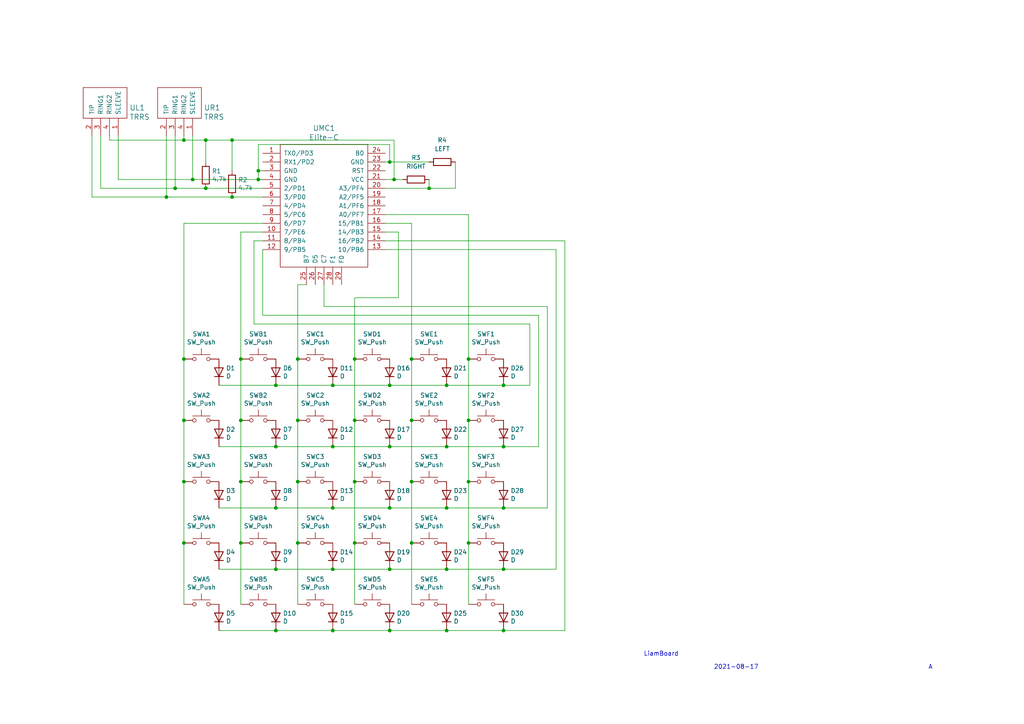
<source format=kicad_sch>
(kicad_sch (version 20250114) (generator "eeschema") (generator_version "9.0")
  (paper "A4")
  (lib_symbols
    (symbol "Device:D" (pin_numbers (hide yes)) (pin_names (offset 1.016) (hide yes))
      (property "Reference" "D" (at 0 2.54 0))
      (property "Value" "D" (at 0 -2.54 0))
      (symbol "D_0_1"
        (polyline (pts (xy -1.27 1.27) (xy -1.27 -1.27)) (stroke (width 0.254)))
        (polyline (pts (xy 1.27 1.27) (xy 1.27 -1.27) (xy -1.27 0) (xy 1.27 1.27)) (stroke (width 0.254)))
        (polyline (pts (xy 1.27 0) (xy -1.27 0)))
      )
      (symbol "D_1_1"
        (pin passive line (at -3.81 0 0) (length 2.54) (name "K") (number "1"))
        (pin passive line (at 3.81 0 180) (length 2.54) (name "A") (number "2"))
      )
    )
    (symbol "Device:R" (pin_numbers (hide yes)) (pin_names (offset 0))
      (property "Reference" "R" (at 2.032 0 90))
      (property "Value" "R" (at 0 0 90))
      (symbol "R_0_1"
        (rectangle (start -1.016 -2.54) (end 1.016 2.54) (stroke (width 0.254)))
      )
      (symbol "R_1_1"
        (pin passive line (at 0 3.81 270) (length 1.27) (name "~") (number "1"))
        (pin passive line (at 0 -3.81 90) (length 1.27) (name "~") (number "2"))
      )
    )
    (symbol "Switch:SW_Push" (pin_numbers (hide yes)) (pin_names (offset 1.016) (hide yes))
      (property "Reference" "SW" (at 1.27 2.54 0))
      (property "Value" "SW_Push" (at 0 -1.524 0))
      (symbol "SW_Push_0_1"
        (circle (center -2.032 0) (radius 0.508))
        (polyline (pts (xy 0 1.27) (xy 0 3.048)))
        (circle (center 2.032 0) (radius 0.508))
        (polyline (pts (xy 2.54 1.27) (xy -2.54 1.27)))
        (pin passive line (at -5.08 0 0) (length 2.54) (name "1") (number "1"))
        (pin passive line (at 5.08 0 180) (length 2.54) (name "2") (number "2"))
      )
    )
    (symbol "keebio-components:Elite-C" (pin_names (offset 1.016))
      (property "Reference" "U" (at 0 0 0))
      (property "Value" "keebio-components_Elite-C" (at 0 2.54 0))
      (symbol "Elite-C_0_1"
        (rectangle (start 12.7 -19.05) (end -12.7 16.51))
      )
      (symbol "Elite-C_1_1"
        (pin input line (at -17.78 13.97 0) (length 5.08) (name "TX0/PD3") (number "1"))
        (pin input line (at -17.78 11.43 0) (length 5.08) (name "RX1/PD2") (number "2"))
        (pin input line (at -17.78 8.89 0) (length 5.08) (name "GND") (number "3"))
        (pin input line (at -17.78 6.35 0) (length 5.08) (name "GND") (number "4"))
        (pin input line (at -17.78 3.81 0) (length 5.08) (name "2/PD1") (number "5"))
        (pin input line (at -17.78 1.27 0) (length 5.08) (name "3/PD0") (number "6"))
        (pin input line (at -17.78 -1.27 0) (length 5.08) (name "4/PD4") (number "7"))
        (pin input line (at -17.78 -3.81 0) (length 5.08) (name "5/PC6") (number "8"))
        (pin input line (at -17.78 -6.35 0) (length 5.08) (name "6/PD7") (number "9"))
        (pin input line (at -17.78 -8.89 0) (length 5.08) (name "7/PE6") (number "10"))
        (pin input line (at -17.78 -11.43 0) (length 5.08) (name "8/PB4") (number "11"))
        (pin input line (at -17.78 -13.97 0) (length 5.08) (name "9/PB5") (number "12"))
        (pin input line (at -5.08 -24.13 90) (length 5.08) (name "B7") (number "25"))
        (pin input line (at -2.54 -24.13 90) (length 5.08) (name "D5") (number "26"))
        (pin input line (at 0 -24.13 90) (length 5.08) (name "C7") (number "27"))
        (pin input line (at 2.54 -24.13 90) (length 5.08) (name "F1") (number "28"))
        (pin input line (at 5.08 -24.13 90) (length 5.08) (name "F0") (number "29"))
        (pin input line (at 17.78 13.97 180) (length 5.08) (name "B0") (number "24"))
        (pin input line (at 17.78 11.43 180) (length 5.08) (name "GND") (number "23"))
        (pin input line (at 17.78 8.89 180) (length 5.08) (name "RST") (number "22"))
        (pin input line (at 17.78 6.35 180) (length 5.08) (name "VCC") (number "21"))
        (pin input line (at 17.78 3.81 180) (length 5.08) (name "A3/PF4") (number "20"))
        (pin input line (at 17.78 1.27 180) (length 5.08) (name "A2/PF5") (number "19"))
        (pin input line (at 17.78 -1.27 180) (length 5.08) (name "A1/PF6") (number "18"))
        (pin input line (at 17.78 -3.81 180) (length 5.08) (name "A0/PF7") (number "17"))
        (pin input line (at 17.78 -6.35 180) (length 5.08) (name "15/PB1") (number "16"))
        (pin input line (at 17.78 -8.89 180) (length 5.08) (name "14/PB3") (number "15"))
        (pin input line (at 17.78 -11.43 180) (length 5.08) (name "16/PB2") (number "14"))
        (pin input line (at 17.78 -13.97 180) (length 5.08) (name "10/PB6") (number "13"))
      )
    )
    (symbol "keebio-components:TRRS" (pin_names (offset 1.016))
      (property "Reference" "U" (at 0 15.24 0))
      (property "Value" "keebio-components_TRRS" (at 0 -2.54 0))
      (symbol "TRRS_0_1"
        (rectangle (start -3.81 12.7) (end 5.08 12.7))
        (rectangle (start -3.81 0) (end -3.81 12.7))
        (rectangle (start 5.08 12.7) (end 5.08 0))
        (rectangle (start 5.08 0) (end -3.81 0))
      )
      (symbol "TRRS_1_1"
        (pin input line (at -8.89 10.16 0) (length 5.08) (name "TIP") (number "2"))
        (pin input line (at -8.89 7.62 0) (length 5.08) (name "RING1") (number "3"))
        (pin input line (at -8.89 5.08 0) (length 5.08) (name "RING2") (number "4"))
        (pin input line (at -8.89 2.54 0) (length 5.08) (name "SLEEVE") (number "1"))
      )
    )
  )
  (text "2021-08-17" (at 207.01 194.31 0) (effects (font (size 1.27 1.27)) (justify left bottom)))
  (text "A" (at 269.24 194.31 0) (effects (font (size 1.27 1.27)) (justify left bottom)))
  (text "LiamBoard" (at 186.69 190.5 0) (effects (font (size 1.27 1.27)) (justify left bottom)))
  (junction (at 86.36 139.7))
  (junction (at 119.38 157.48))
  (junction (at 55.88 52.07))
  (junction (at 129.54 129.54))
  (junction (at 69.85 121.92))
  (junction (at 114.3 52.07))
  (junction (at 135.89 157.48))
  (junction (at 119.38 104.14))
  (junction (at 48.26 57.15))
  (junction (at 69.85 104.14))
  (junction (at 146.05 182.88))
  (junction (at 129.54 182.88))
  (junction (at 146.05 129.54))
  (junction (at 69.85 139.7))
  (junction (at 113.03 182.88))
  (junction (at 53.34 104.14))
  (junction (at 129.54 111.76))
  (junction (at 129.54 147.32))
  (junction (at 102.87 157.48))
  (junction (at 80.01 147.32))
  (junction (at 135.89 139.7))
  (junction (at 113.03 147.32))
  (junction (at 102.87 121.92))
  (junction (at 113.03 46.99))
  (junction (at 113.03 165.1))
  (junction (at 124.46 54.61))
  (junction (at 86.36 104.14))
  (junction (at 67.31 57.15))
  (junction (at 59.69 54.61))
  (junction (at 113.03 111.76))
  (junction (at 96.52 165.1))
  (junction (at 102.87 104.14))
  (junction (at 113.03 129.54))
  (junction (at 102.87 139.7))
  (junction (at 146.05 147.32))
  (junction (at 135.89 121.92))
  (junction (at 69.85 157.48))
  (junction (at 74.93 49.53))
  (junction (at 119.38 121.92))
  (junction (at 50.8 54.61))
  (junction (at 146.05 111.76))
  (junction (at 53.34 139.7))
  (junction (at 129.54 165.1))
  (junction (at 80.01 165.1))
  (junction (at 135.89 104.14))
  (junction (at 80.01 111.76))
  (junction (at 80.01 182.88))
  (junction (at 53.34 121.92))
  (junction (at 74.93 52.07))
  (junction (at 86.36 121.92))
  (junction (at 59.69 40.64))
  (junction (at 96.52 182.88))
  (junction (at 53.34 40.64))
  (junction (at 119.38 139.7))
  (junction (at 146.05 165.1))
  (junction (at 80.01 129.54))
  (junction (at 86.36 157.48))
  (junction (at 96.52 111.76))
  (junction (at 53.34 157.48))
  (junction (at 96.52 147.32))
  (junction (at 67.31 40.64))
  (junction (at 96.52 129.54))
  (wire (pts (xy 93.98 82.55) (xy 93.98 88.9)))
  (wire (pts (xy 53.34 104.14) (xy 53.34 121.92)))
  (wire (pts (xy 53.34 40.64) (xy 59.69 40.64)))
  (wire (pts (xy 111.76 69.85) (xy 163.83 69.85)))
  (wire (pts (xy 50.8 39.37) (xy 50.8 54.61)))
  (wire (pts (xy 69.85 157.48) (xy 69.85 175.26)))
  (wire (pts (xy 86.36 121.92) (xy 86.36 139.7)))
  (wire (pts (xy 153.67 93.98) (xy 153.67 111.76)))
  (wire (pts (xy 55.88 39.37) (xy 55.88 52.07)))
  (wire (pts (xy 63.5 147.32) (xy 80.01 147.32)))
  (wire (pts (xy 96.52 111.76) (xy 113.03 111.76)))
  (wire (pts (xy 69.85 67.31) (xy 69.85 104.14)))
  (wire (pts (xy 96.52 182.88) (xy 113.03 182.88)))
  (wire (pts (xy 73.66 69.85) (xy 73.66 93.98)))
  (wire (pts (xy 113.03 182.88) (xy 129.54 182.88)))
  (wire (pts (xy 63.5 111.76) (xy 80.01 111.76)))
  (wire (pts (xy 102.87 157.48) (xy 102.87 175.26)))
  (wire (pts (xy 63.5 182.88) (xy 80.01 182.88)))
  (wire (pts (xy 135.89 157.48) (xy 135.89 175.26)))
  (wire (pts (xy 96.52 165.1) (xy 113.03 165.1)))
  (wire (pts (xy 64.77 245.11) (xy 66.04 245.11)))
  (wire (pts (xy 74.93 52.07) (xy 76.2 52.07)))
  (wire (pts (xy 129.54 147.32) (xy 146.05 147.32)))
  (wire (pts (xy 76.2 91.44) (xy 156.21 91.44)))
  (wire (pts (xy 53.34 121.92) (xy 53.34 139.7)))
  (wire (pts (xy 88.9 82.55) (xy 86.36 82.55)))
  (wire (pts (xy 93.98 88.9) (xy 158.75 88.9)))
  (wire (pts (xy 129.54 129.54) (xy 146.05 129.54)))
  (wire (pts (xy 67.31 40.64) (xy 114.3 40.64)))
  (wire (pts (xy 73.66 93.98) (xy 153.67 93.98)))
  (wire (pts (xy 163.83 69.85) (xy 163.83 182.88)))
  (wire (pts (xy 156.21 129.54) (xy 146.05 129.54)))
  (wire (pts (xy 132.08 54.61) (xy 132.08 46.99)))
  (wire (pts (xy 146.05 182.88) (xy 163.83 182.88)))
  (wire (pts (xy 76.2 57.15) (xy 67.31 57.15)))
  (wire (pts (xy 102.87 104.14) (xy 102.87 121.92)))
  (wire (pts (xy 53.34 39.37) (xy 53.34 40.64)))
  (wire (pts (xy 31.75 40.64) (xy 53.34 40.64)))
  (wire (pts (xy 74.93 49.53) (xy 76.2 49.53)))
  (wire (pts (xy 156.21 91.44) (xy 156.21 129.54)))
  (wire (pts (xy 59.69 40.64) (xy 67.31 40.64)))
  (wire (pts (xy 76.2 69.85) (xy 73.66 69.85)))
  (wire (pts (xy 124.46 54.61) (xy 132.08 54.61)))
  (wire (pts (xy 29.21 54.61) (xy 50.8 54.61)))
  (wire (pts (xy 129.54 111.76) (xy 146.05 111.76)))
  (wire (pts (xy 161.29 72.39) (xy 161.29 165.1)))
  (wire (pts (xy 59.69 46.99) (xy 59.69 40.64)))
  (wire (pts (xy 76.2 67.31) (xy 69.85 67.31)))
  (wire (pts (xy 158.75 88.9) (xy 158.75 147.32)))
  (wire (pts (xy 50.8 54.61) (xy 59.69 54.61)))
  (wire (pts (xy 86.36 139.7) (xy 86.36 157.48)))
  (wire (pts (xy 69.85 104.14) (xy 69.85 121.92)))
  (wire (pts (xy 102.87 139.7) (xy 102.87 157.48)))
  (wire (pts (xy 53.34 157.48) (xy 53.34 175.26)))
  (wire (pts (xy 111.76 64.77) (xy 119.38 64.77)))
  (wire (pts (xy 80.01 182.88) (xy 96.52 182.88)))
  (wire (pts (xy 158.75 147.32) (xy 146.05 147.32)))
  (wire (pts (xy 111.76 54.61) (xy 124.46 54.61)))
  (wire (pts (xy 96.52 147.32) (xy 113.03 147.32)))
  (wire (pts (xy 34.29 39.37) (xy 34.29 52.07)))
  (wire (pts (xy 111.76 72.39) (xy 161.29 72.39)))
  (wire (pts (xy 113.03 147.32) (xy 129.54 147.32)))
  (wire (pts (xy 63.5 165.1) (xy 80.01 165.1)))
  (wire (pts (xy 55.88 52.07) (xy 74.93 52.07)))
  (wire (pts (xy 102.87 121.92) (xy 102.87 139.7)))
  (wire (pts (xy 66.04 245.11) (xy 66.04 246.38)))
  (wire (pts (xy 86.36 104.14) (xy 86.36 121.92)))
  (wire (pts (xy 86.36 157.48) (xy 86.36 175.26)))
  (wire (pts (xy 119.38 64.77) (xy 119.38 104.14)))
  (wire (pts (xy 74.93 49.53) (xy 74.93 52.07)))
  (wire (pts (xy 76.2 72.39) (xy 76.2 91.44)))
  (wire (pts (xy 135.89 62.23) (xy 135.89 104.14)))
  (wire (pts (xy 129.54 182.88) (xy 146.05 182.88)))
  (wire (pts (xy 63.5 129.54) (xy 80.01 129.54)))
  (wire (pts (xy 53.34 64.77) (xy 53.34 104.14)))
  (wire (pts (xy 67.31 40.64) (xy 67.31 49.53)))
  (wire (pts (xy 111.76 62.23) (xy 135.89 62.23)))
  (wire (pts (xy 153.67 111.76) (xy 146.05 111.76)))
  (wire (pts (xy 53.34 139.7) (xy 53.34 157.48)))
  (wire (pts (xy 76.2 64.77) (xy 53.34 64.77)))
  (wire (pts (xy 119.38 104.14) (xy 119.38 121.92)))
  (wire (pts (xy 26.67 57.15) (xy 48.26 57.15)))
  (wire (pts (xy 69.85 139.7) (xy 69.85 157.48)))
  (wire (pts (xy 135.89 139.7) (xy 135.89 157.48)))
  (wire (pts (xy 113.03 111.76) (xy 129.54 111.76)))
  (wire (pts (xy 67.31 57.15) (xy 48.26 57.15)))
  (wire (pts (xy 34.29 52.07) (xy 55.88 52.07)))
  (wire (pts (xy 96.52 129.54) (xy 113.03 129.54)))
  (wire (pts (xy 48.26 39.37) (xy 48.26 57.15)))
  (wire (pts (xy 135.89 121.92) (xy 135.89 139.7)))
  (wire (pts (xy 114.3 52.07) (xy 111.76 52.07)))
  (wire (pts (xy 119.38 121.92) (xy 119.38 139.7)))
  (wire (pts (xy 146.05 165.1) (xy 161.29 165.1)))
  (wire (pts (xy 113.03 46.99) (xy 124.46 46.99)))
  (wire (pts (xy 26.67 39.37) (xy 26.67 57.15)))
  (wire (pts (xy 80.01 147.32) (xy 96.52 147.32)))
  (wire (pts (xy 135.89 104.14) (xy 135.89 121.92)))
  (wire (pts (xy 124.46 52.07) (xy 124.46 54.61)))
  (wire (pts (xy 113.03 46.99) (xy 113.03 41.91)))
  (wire (pts (xy 119.38 157.48) (xy 119.38 175.26)))
  (wire (pts (xy 29.21 39.37) (xy 29.21 54.61)))
  (wire (pts (xy 129.54 165.1) (xy 146.05 165.1)))
  (wire (pts (xy 86.36 82.55) (xy 86.36 104.14)))
  (wire (pts (xy 113.03 129.54) (xy 129.54 129.54)))
  (wire (pts (xy 114.3 40.64) (xy 114.3 52.07)))
  (wire (pts (xy 115.57 86.36) (xy 102.87 86.36)))
  (wire (pts (xy 80.01 165.1) (xy 96.52 165.1)))
  (wire (pts (xy 102.87 86.36) (xy 102.87 104.14)))
  (wire (pts (xy 119.38 139.7) (xy 119.38 157.48)))
  (wire (pts (xy 111.76 67.31) (xy 115.57 67.31)))
  (wire (pts (xy 69.85 121.92) (xy 69.85 139.7)))
  (wire (pts (xy 113.03 41.91) (xy 74.93 41.91)))
  (wire (pts (xy 114.3 52.07) (xy 116.84 52.07)))
  (wire (pts (xy 74.93 41.91) (xy 74.93 49.53)))
  (wire (pts (xy 80.01 129.54) (xy 96.52 129.54)))
  (wire (pts (xy 80.01 111.76) (xy 96.52 111.76)))
  (wire (pts (xy 59.69 54.61) (xy 76.2 54.61)))
  (wire (pts (xy 113.03 165.1) (xy 129.54 165.1)))
  (wire (pts (xy 111.76 46.99) (xy 113.03 46.99)))
  (wire (pts (xy 115.57 67.31) (xy 115.57 86.36)))
  (wire (pts (xy 31.75 39.37) (xy 31.75 40.64)))
  (symbol (lib_id "keebio-components:Elite-C") (at 93.98 58.42 0) (unit 1)
    (property "Reference" "UMC1" (at 93.98 37.1602 0) (effects (font (size 1.524 1.524))))
    (property "Value" "Elite-C" (at 93.98 39.8526 0) (effects (font (size 1.524 1.524))))
    (property "Footprint" "Keebio-Parts:Elite-C" (effects (hide yes)))
  )
  (symbol (lib_id "keebio-components:TRRS") (at 36.83 30.48 90) (unit 1)
    (property "Reference" "UL1" (at 37.5412 31.242 90) (effects (font (size 1.524 1.524)) (justify right)))
    (property "Value" "TRRS" (at 37.5412 33.9344 90) (effects (font (size 1.524 1.524)) (justify right)))
    (property "Footprint" "Keebio-Parts:TRRS-PJ-320A" (effects (hide yes)))
  )
  (symbol (lib_id "Switch:SW_Push") (at 58.42 104.14 0) (unit 1)
    (property "Reference" "SWA1" (at 58.42 96.901 0))
    (property "Value" "SW_Push" (at 58.42 99.2124 0))
    (property "Footprint" "keyswitches:SW_MX_reversible" (effects (hide yes)))
  )
  (symbol (lib_id "Device:D") (at 63.5 107.95 90) (unit 1)
    (property "Reference" "D1" (at 65.532 106.7816 90) (effects (justify right)))
    (property "Value" "D" (at 65.532 109.093 90) (effects (justify right)))
    (property "Footprint" "footprints:Diode" (effects (hide yes)))
  )
  (symbol (lib_id "Switch:SW_Push") (at 74.93 104.14 0) (unit 1)
    (property "Reference" "SWB1" (at 74.93 96.901 0))
    (property "Value" "SW_Push" (at 74.93 99.2124 0))
    (property "Footprint" "keyswitches:SW_MX_reversible" (effects (hide yes)))
  )
  (symbol (lib_id "Device:D") (at 80.01 107.95 90) (unit 1)
    (property "Reference" "D6" (at 82.042 106.7816 90) (effects (justify right)))
    (property "Value" "D" (at 82.042 109.093 90) (effects (justify right)))
    (property "Footprint" "footprints:Diode" (effects (hide yes)))
  )
  (symbol (lib_id "Switch:SW_Push") (at 91.44 104.14 0) (unit 1)
    (property "Reference" "SWC1" (at 91.44 96.901 0))
    (property "Value" "SW_Push" (at 91.44 99.2124 0))
    (property "Footprint" "keyswitches:SW_MX_reversible" (effects (hide yes)))
  )
  (symbol (lib_id "Device:D") (at 96.52 107.95 90) (unit 1)
    (property "Reference" "D11" (at 98.552 106.7816 90) (effects (justify right)))
    (property "Value" "D" (at 98.552 109.093 90) (effects (justify right)))
    (property "Footprint" "footprints:Diode" (effects (hide yes)))
  )
  (symbol (lib_id "Switch:SW_Push") (at 107.95 104.14 0) (unit 1)
    (property "Reference" "SWD1" (at 107.95 96.901 0))
    (property "Value" "SW_Push" (at 107.95 99.2124 0))
    (property "Footprint" "keyswitches:SW_MX_reversible" (effects (hide yes)))
  )
  (symbol (lib_id "Device:D") (at 113.03 107.95 90) (unit 1)
    (property "Reference" "D16" (at 115.062 106.7816 90) (effects (justify right)))
    (property "Value" "D" (at 115.062 109.093 90) (effects (justify right)))
    (property "Footprint" "footprints:Diode" (effects (hide yes)))
  )
  (symbol (lib_id "Switch:SW_Push") (at 124.46 104.14 0) (unit 1)
    (property "Reference" "SWE1" (at 124.46 96.901 0))
    (property "Value" "SW_Push" (at 124.46 99.2124 0))
    (property "Footprint" "keyswitches:SW_MX_reversible" (effects (hide yes)))
  )
  (symbol (lib_id "Device:D") (at 129.54 107.95 90) (unit 1)
    (property "Reference" "D21" (at 131.572 106.7816 90) (effects (justify right)))
    (property "Value" "D" (at 131.572 109.093 90) (effects (justify right)))
    (property "Footprint" "footprints:Diode" (effects (hide yes)))
  )
  (symbol (lib_id "Switch:SW_Push") (at 140.97 104.14 0) (unit 1)
    (property "Reference" "SWF1" (at 140.97 96.901 0))
    (property "Value" "SW_Push" (at 140.97 99.2124 0))
    (property "Footprint" "keyswitches:SW_MX_reversible" (effects (hide yes)))
  )
  (symbol (lib_id "Device:D") (at 146.05 107.95 90) (unit 1)
    (property "Reference" "D26" (at 148.082 106.7816 90) (effects (justify right)))
    (property "Value" "D" (at 148.082 109.093 90) (effects (justify right)))
    (property "Footprint" "footprints:Diode" (effects (hide yes)))
  )
  (symbol (lib_id "Switch:SW_Push") (at 58.42 121.92 0) (unit 1)
    (property "Reference" "SWA2" (at 58.42 114.681 0))
    (property "Value" "SW_Push" (at 58.42 116.9924 0))
    (property "Footprint" "keyswitches:SW_MX_reversible" (effects (hide yes)))
  )
  (symbol (lib_id "Device:D") (at 63.5 125.73 90) (unit 1)
    (property "Reference" "D2" (at 65.532 124.5616 90) (effects (justify right)))
    (property "Value" "D" (at 65.532 126.873 90) (effects (justify right)))
    (property "Footprint" "footprints:Diode" (effects (hide yes)))
  )
  (symbol (lib_id "Switch:SW_Push") (at 74.93 121.92 0) (unit 1)
    (property "Reference" "SWB2" (at 74.93 114.681 0))
    (property "Value" "SW_Push" (at 74.93 116.9924 0))
    (property "Footprint" "keyswitches:SW_MX_reversible" (effects (hide yes)))
  )
  (symbol (lib_id "Device:D") (at 80.01 125.73 90) (unit 1)
    (property "Reference" "D7" (at 82.042 124.5616 90) (effects (justify right)))
    (property "Value" "D" (at 82.042 126.873 90) (effects (justify right)))
    (property "Footprint" "footprints:Diode" (effects (hide yes)))
  )
  (symbol (lib_id "Switch:SW_Push") (at 91.44 121.92 0) (unit 1)
    (property "Reference" "SWC2" (at 91.44 114.681 0))
    (property "Value" "SW_Push" (at 91.44 116.9924 0))
    (property "Footprint" "keyswitches:SW_MX_reversible" (effects (hide yes)))
  )
  (symbol (lib_id "Device:D") (at 96.52 125.73 90) (unit 1)
    (property "Reference" "D12" (at 98.552 124.5616 90) (effects (justify right)))
    (property "Value" "D" (at 98.552 126.873 90) (effects (justify right)))
    (property "Footprint" "footprints:Diode" (effects (hide yes)))
  )
  (symbol (lib_id "Switch:SW_Push") (at 107.95 121.92 0) (unit 1)
    (property "Reference" "SWD2" (at 107.95 114.681 0))
    (property "Value" "SW_Push" (at 107.95 116.9924 0))
    (property "Footprint" "keyswitches:SW_MX_reversible" (effects (hide yes)))
  )
  (symbol (lib_id "Device:D") (at 113.03 125.73 90) (unit 1)
    (property "Reference" "D17" (at 115.062 124.5616 90) (effects (justify right)))
    (property "Value" "D" (at 115.062 126.873 90) (effects (justify right)))
    (property "Footprint" "footprints:Diode" (effects (hide yes)))
  )
  (symbol (lib_id "Switch:SW_Push") (at 124.46 121.92 0) (unit 1)
    (property "Reference" "SWE2" (at 124.46 114.681 0))
    (property "Value" "SW_Push" (at 124.46 116.9924 0))
    (property "Footprint" "keyswitches:SW_MX_reversible" (effects (hide yes)))
  )
  (symbol (lib_id "Device:D") (at 129.54 125.73 90) (unit 1)
    (property "Reference" "D22" (at 131.572 124.5616 90) (effects (justify right)))
    (property "Value" "D" (at 131.572 126.873 90) (effects (justify right)))
    (property "Footprint" "footprints:Diode" (effects (hide yes)))
  )
  (symbol (lib_id "Switch:SW_Push") (at 140.97 121.92 0) (unit 1)
    (property "Reference" "SWF2" (at 140.97 114.681 0))
    (property "Value" "SW_Push" (at 140.97 116.9924 0))
    (property "Footprint" "keyswitches:SW_MX_reversible" (effects (hide yes)))
  )
  (symbol (lib_id "Device:D") (at 146.05 125.73 90) (unit 1)
    (property "Reference" "D27" (at 148.082 124.5616 90) (effects (justify right)))
    (property "Value" "D" (at 148.082 126.873 90) (effects (justify right)))
    (property "Footprint" "footprints:Diode" (effects (hide yes)))
  )
  (symbol (lib_id "Switch:SW_Push") (at 58.42 139.7 0) (unit 1)
    (property "Reference" "SWA3" (at 58.42 132.461 0))
    (property "Value" "SW_Push" (at 58.42 134.7724 0))
    (property "Footprint" "keyswitches:SW_MX_reversible" (effects (hide yes)))
  )
  (symbol (lib_id "Device:D") (at 63.5 143.51 90) (unit 1)
    (property "Reference" "D3" (at 65.532 142.3416 90) (effects (justify right)))
    (property "Value" "D" (at 65.532 144.653 90) (effects (justify right)))
    (property "Footprint" "footprints:Diode" (effects (hide yes)))
  )
  (symbol (lib_id "Switch:SW_Push") (at 74.93 139.7 0) (unit 1)
    (property "Reference" "SWB3" (at 74.93 132.461 0))
    (property "Value" "SW_Push" (at 74.93 134.7724 0))
    (property "Footprint" "keyswitches:SW_MX_reversible" (effects (hide yes)))
  )
  (symbol (lib_id "Device:D") (at 80.01 143.51 90) (unit 1)
    (property "Reference" "D8" (at 82.042 142.3416 90) (effects (justify right)))
    (property "Value" "D" (at 82.042 144.653 90) (effects (justify right)))
    (property "Footprint" "footprints:Diode" (effects (hide yes)))
  )
  (symbol (lib_id "Switch:SW_Push") (at 91.44 139.7 0) (unit 1)
    (property "Reference" "SWC3" (at 91.44 132.461 0))
    (property "Value" "SW_Push" (at 91.44 134.7724 0))
    (property "Footprint" "keyswitches:SW_MX_reversible" (effects (hide yes)))
  )
  (symbol (lib_id "Device:D") (at 96.52 143.51 90) (unit 1)
    (property "Reference" "D13" (at 98.552 142.3416 90) (effects (justify right)))
    (property "Value" "D" (at 98.552 144.653 90) (effects (justify right)))
    (property "Footprint" "footprints:Diode" (effects (hide yes)))
  )
  (symbol (lib_id "Switch:SW_Push") (at 107.95 139.7 0) (unit 1)
    (property "Reference" "SWD3" (at 107.95 132.461 0))
    (property "Value" "SW_Push" (at 107.95 134.7724 0))
    (property "Footprint" "keyswitches:SW_MX_reversible" (effects (hide yes)))
  )
  (symbol (lib_id "Device:D") (at 113.03 143.51 90) (unit 1)
    (property "Reference" "D18" (at 115.062 142.3416 90) (effects (justify right)))
    (property "Value" "D" (at 115.062 144.653 90) (effects (justify right)))
    (property "Footprint" "footprints:Diode" (effects (hide yes)))
  )
  (symbol (lib_id "Switch:SW_Push") (at 124.46 139.7 0) (unit 1)
    (property "Reference" "SWE3" (at 124.46 132.461 0))
    (property "Value" "SW_Push" (at 124.46 134.7724 0))
    (property "Footprint" "keyswitches:SW_MX_reversible" (effects (hide yes)))
  )
  (symbol (lib_id "Device:D") (at 129.54 143.51 90) (unit 1)
    (property "Reference" "D23" (at 131.572 142.3416 90) (effects (justify right)))
    (property "Value" "D" (at 131.572 144.653 90) (effects (justify right)))
    (property "Footprint" "footprints:Diode" (effects (hide yes)))
  )
  (symbol (lib_id "Switch:SW_Push") (at 140.97 139.7 0) (unit 1)
    (property "Reference" "SWF3" (at 140.97 132.461 0))
    (property "Value" "SW_Push" (at 140.97 134.7724 0))
    (property "Footprint" "keyswitches:SW_MX_reversible" (effects (hide yes)))
  )
  (symbol (lib_id "Device:D") (at 146.05 143.51 90) (unit 1)
    (property "Reference" "D28" (at 148.082 142.3416 90) (effects (justify right)))
    (property "Value" "D" (at 148.082 144.653 90) (effects (justify right)))
    (property "Footprint" "footprints:Diode" (effects (hide yes)))
  )
  (symbol (lib_id "Switch:SW_Push") (at 58.42 157.48 0) (unit 1)
    (property "Reference" "SWA4" (at 58.42 150.241 0))
    (property "Value" "SW_Push" (at 58.42 152.5524 0))
    (property "Footprint" "keyswitches:SW_MX_reversible" (effects (hide yes)))
  )
  (symbol (lib_id "Device:D") (at 63.5 161.29 90) (unit 1)
    (property "Reference" "D4" (at 65.532 160.1216 90) (effects (justify right)))
    (property "Value" "D" (at 65.532 162.433 90) (effects (justify right)))
    (property "Footprint" "footprints:Diode" (effects (hide yes)))
  )
  (symbol (lib_id "Switch:SW_Push") (at 74.93 157.48 0) (unit 1)
    (property "Reference" "SWB4" (at 74.93 150.241 0))
    (property "Value" "SW_Push" (at 74.93 152.5524 0))
    (property "Footprint" "keyswitches:SW_MX_reversible" (effects (hide yes)))
  )
  (symbol (lib_id "Device:D") (at 80.01 161.29 90) (unit 1)
    (property "Reference" "D9" (at 82.042 160.1216 90) (effects (justify right)))
    (property "Value" "D" (at 82.042 162.433 90) (effects (justify right)))
    (property "Footprint" "footprints:Diode" (effects (hide yes)))
  )
  (symbol (lib_id "Switch:SW_Push") (at 91.44 157.48 0) (unit 1)
    (property "Reference" "SWC4" (at 91.44 150.241 0))
    (property "Value" "SW_Push" (at 91.44 152.5524 0))
    (property "Footprint" "keyswitches:SW_MX_reversible" (effects (hide yes)))
  )
  (symbol (lib_id "Device:D") (at 96.52 161.29 90) (unit 1)
    (property "Reference" "D14" (at 98.552 160.1216 90) (effects (justify right)))
    (property "Value" "D" (at 98.552 162.433 90) (effects (justify right)))
    (property "Footprint" "footprints:Diode" (effects (hide yes)))
  )
  (symbol (lib_id "Switch:SW_Push") (at 107.95 157.48 0) (unit 1)
    (property "Reference" "SWD4" (at 107.95 150.241 0))
    (property "Value" "SW_Push" (at 107.95 152.5524 0))
    (property "Footprint" "keyswitches:SW_MX_reversible" (effects (hide yes)))
  )
  (symbol (lib_id "Device:D") (at 113.03 161.29 90) (unit 1)
    (property "Reference" "D19" (at 115.062 160.1216 90) (effects (justify right)))
    (property "Value" "D" (at 115.062 162.433 90) (effects (justify right)))
    (property "Footprint" "footprints:Diode" (effects (hide yes)))
  )
  (symbol (lib_id "Switch:SW_Push") (at 124.46 157.48 0) (unit 1)
    (property "Reference" "SWE4" (at 124.46 150.241 0))
    (property "Value" "SW_Push" (at 124.46 152.5524 0))
    (property "Footprint" "keyswitches:SW_MX_reversible" (effects (hide yes)))
  )
  (symbol (lib_id "Device:D") (at 129.54 161.29 90) (unit 1)
    (property "Reference" "D24" (at 131.572 160.1216 90) (effects (justify right)))
    (property "Value" "D" (at 131.572 162.433 90) (effects (justify right)))
    (property "Footprint" "footprints:Diode" (effects (hide yes)))
  )
  (symbol (lib_id "Switch:SW_Push") (at 140.97 157.48 0) (unit 1)
    (property "Reference" "SWF4" (at 140.97 150.241 0))
    (property "Value" "SW_Push" (at 140.97 152.5524 0))
    (property "Footprint" "keyswitches:SW_MX_reversible" (effects (hide yes)))
  )
  (symbol (lib_id "Device:D") (at 146.05 161.29 90) (unit 1)
    (property "Reference" "D29" (at 148.082 160.1216 90) (effects (justify right)))
    (property "Value" "D" (at 148.082 162.433 90) (effects (justify right)))
    (property "Footprint" "footprints:Diode" (effects (hide yes)))
  )
  (symbol (lib_id "Switch:SW_Push") (at 58.42 175.26 0) (unit 1)
    (property "Reference" "SWA5" (at 58.42 168.021 0))
    (property "Value" "SW_Push" (at 58.42 170.3324 0))
    (property "Footprint" "keyswitches:SW_MX_reversible" (effects (hide yes)))
  )
  (symbol (lib_id "Device:D") (at 63.5 179.07 90) (unit 1)
    (property "Reference" "D5" (at 65.532 177.9016 90) (effects (justify right)))
    (property "Value" "D" (at 65.532 180.213 90) (effects (justify right)))
    (property "Footprint" "footprints:Diode" (effects (hide yes)))
  )
  (symbol (lib_id "Switch:SW_Push") (at 74.93 175.26 0) (unit 1)
    (property "Reference" "SWB5" (at 74.93 168.021 0))
    (property "Value" "SW_Push" (at 74.93 170.3324 0))
    (property "Footprint" "keyswitches:SW_MX_reversible" (effects (hide yes)))
  )
  (symbol (lib_id "Device:D") (at 80.01 179.07 90) (unit 1)
    (property "Reference" "D10" (at 82.042 177.9016 90) (effects (justify right)))
    (property "Value" "D" (at 82.042 180.213 90) (effects (justify right)))
    (property "Footprint" "footprints:Diode" (effects (hide yes)))
  )
  (symbol (lib_id "Switch:SW_Push") (at 91.44 175.26 0) (unit 1)
    (property "Reference" "SWC5" (at 91.44 168.021 0))
    (property "Value" "SW_Push" (at 91.44 170.3324 0))
    (property "Footprint" "keyswitches:SW_MX_reversible" (effects (hide yes)))
  )
  (symbol (lib_id "Device:D") (at 96.52 179.07 90) (unit 1)
    (property "Reference" "D15" (at 98.552 177.9016 90) (effects (justify right)))
    (property "Value" "D" (at 98.552 180.213 90) (effects (justify right)))
    (property "Footprint" "footprints:Diode" (effects (hide yes)))
  )
  (symbol (lib_id "Switch:SW_Push") (at 107.95 175.26 0) (unit 1)
    (property "Reference" "SWD5" (at 107.95 168.021 0))
    (property "Value" "SW_Push" (at 107.95 170.3324 0))
    (property "Footprint" "keyswitches:SW_MX_reversible" (effects (hide yes)))
  )
  (symbol (lib_id "Device:D") (at 113.03 179.07 90) (unit 1)
    (property "Reference" "D20" (at 115.062 177.9016 90) (effects (justify right)))
    (property "Value" "D" (at 115.062 180.213 90) (effects (justify right)))
    (property "Footprint" "footprints:Diode" (effects (hide yes)))
  )
  (symbol (lib_id "Switch:SW_Push") (at 124.46 175.26 0) (unit 1)
    (property "Reference" "SWE5" (at 124.46 168.021 0))
    (property "Value" "SW_Push" (at 124.46 170.3324 0))
    (property "Footprint" "keyswitches:SW_MX_reversible" (effects (hide yes)))
  )
  (symbol (lib_id "Device:D") (at 129.54 179.07 90) (unit 1)
    (property "Reference" "D25" (at 131.572 177.9016 90) (effects (justify right)))
    (property "Value" "D" (at 131.572 180.213 90) (effects (justify right)))
    (property "Footprint" "footprints:Diode" (effects (hide yes)))
  )
  (symbol (lib_id "Switch:SW_Push") (at 140.97 175.26 0) (unit 1)
    (property "Reference" "SWF5" (at 140.97 168.021 0))
    (property "Value" "SW_Push" (at 140.97 170.3324 0))
    (property "Footprint" "keyswitches:SW_MX_reversible" (effects (hide yes)))
  )
  (symbol (lib_id "Device:D") (at 146.05 179.07 90) (unit 1)
    (property "Reference" "D30" (at 148.082 177.9016 90) (effects (justify right)))
    (property "Value" "D" (at 148.082 180.213 90) (effects (justify right)))
    (property "Footprint" "footprints:Diode" (effects (hide yes)))
  )
  (symbol (lib_id "keebio-components:TRRS") (at 58.42 30.48 90) (unit 1)
    (property "Reference" "UR1" (at 59.1312 31.242 90) (effects (font (size 1.524 1.524)) (justify right)))
    (property "Value" "TRRS" (at 59.1312 33.9344 90) (effects (font (size 1.524 1.524)) (justify right)))
    (property "Footprint" "Keebio-Parts:TRRS-PJ-320A" (effects (hide yes)))
  )
  (symbol (lib_id "Device:R") (at 59.69 50.8 0) (unit 1)
    (property "Reference" "R1" (at 61.468 49.6316 0) (effects (justify left)))
    (property "Value" "4.7k" (at 61.468 51.943 0) (effects (justify left)))
    (property "Footprint" "Resistor_THT:R_Axial_DIN0207_L6.3mm_D2.5mm_P7.62mm_Horizontal" (effects (hide yes)))
  )
  (symbol (lib_id "Device:R") (at 67.31 53.34 0) (unit 1)
    (property "Reference" "R2" (at 69.088 52.1716 0) (effects (justify left)))
    (property "Value" "4.7k" (at 69.088 54.483 0) (effects (justify left)))
    (property "Footprint" "Resistor_THT:R_Axial_DIN0207_L6.3mm_D2.5mm_P7.62mm_Horizontal" (effects (hide yes)))
  )
  (symbol (lib_id "Device:R") (at 120.65 52.07 90) (unit 1)
    (property "Reference" "R3" (at 120.65 45.72 90))
    (property "Value" "RIGHT" (at 120.65 48.26 90))
    (property "Footprint" "Jumper:SolderJumper-2_P1.3mm_Open_TrianglePad1.0x1.5mm" (effects (hide yes)))
    (property "Description" "Resistor" (effects (hide yes)))
  )
  (symbol (lib_id "Device:R") (at 128.27 46.99 90) (unit 1)
    (property "Reference" "R4" (at 128.27 40.64 90))
    (property "Value" "LEFT" (at 128.27 43.18 90))
    (property "Footprint" "Jumper:SolderJumper-2_P1.3mm_Open_TrianglePad1.0x1.5mm" (effects (hide yes)))
    (property "Description" "Resistor" (effects (hide yes)))
  )
)
</source>
